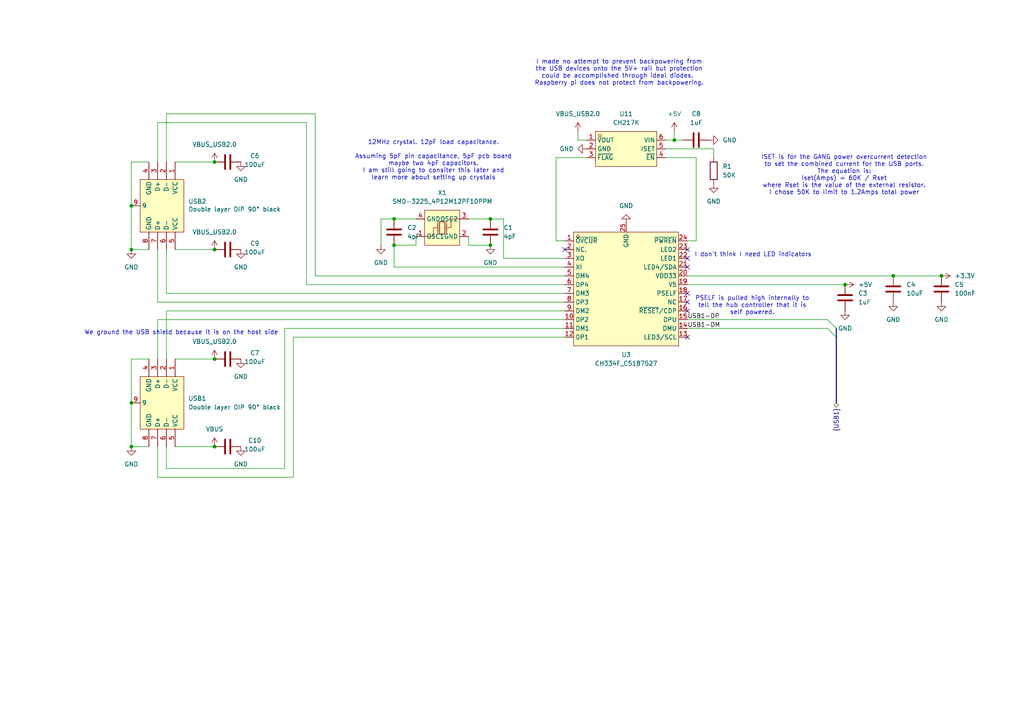
<source format=kicad_sch>
(kicad_sch (version 20250114) (generator "eeschema") (generator_version "9.0")
  (paper "A4")
  (title_block (date "2025-02-20") (rev "V0.1") (company "Matthew Spotten"))
  (lib_symbols
    (symbol "Device:C" (pin_numbers (hide yes)) (pin_names (offset 0.254))
      (property "Reference" "C" (at 0.635 2.54 0))
      (property "Value" "C" (at 0.635 -2.54 0))
      (symbol "C_0_1"
        (polyline (pts (xy -2.032 0.762) (xy 2.032 0.762)) (stroke (width 0.508)))
        (polyline (pts (xy -2.032 -0.762) (xy 2.032 -0.762)) (stroke (width 0.508)))
      )
      (symbol "C_1_1"
        (pin passive line (at 0 3.81 270) (length 2.794) (name "~") (number "1"))
        (pin passive line (at 0 -3.81 90) (length 2.794) (name "~") (number "2"))
      )
    )
    (symbol "Device:R" (pin_numbers (hide yes)) (pin_names (offset 0))
      (property "Reference" "R" (at 2.032 0 90))
      (property "Value" "R" (at 0 0 90))
      (symbol "R_0_1"
        (rectangle (start -1.016 -2.54) (end 1.016 2.54) (stroke (width 0.254)))
      )
      (symbol "R_1_1"
        (pin passive line (at 0 3.81 270) (length 1.27) (name "~") (number "1"))
        (pin passive line (at 0 -3.81 90) (length 1.27) (name "~") (number "2"))
      )
    )
    (symbol "easyeda2kicad:CH217K"
      (property "Reference" "U" (at 0 7.62 0))
      (property "Value" "CH217K" (at 0 -7.62 0))
      (symbol "CH217K_0_1"
        (rectangle (start -8.89 5.08) (end 8.89 -5.08) (fill (type background)))
        (circle (center -7.62 3.81) (radius 0.38))
        (pin unspecified line (at -11.43 2.54 0) (length 2.54) (name "VOUT") (number "1"))
        (pin unspecified line (at -11.43 0 0) (length 2.54) (name "GND") (number "2"))
        (pin unspecified line (at -11.43 -2.54 0) (length 2.54) (name "~{FLAG}") (number "3"))
        (pin unspecified line (at 11.43 2.54 180) (length 2.54) (name "VIN") (number "6"))
        (pin unspecified line (at 11.43 0 180) (length 2.54) (name "ISET") (number "5"))
        (pin unspecified line (at 11.43 -2.54 180) (length 2.54) (name "~{EN}") (number "4"))
      )
    )
    (symbol "easyeda2kicad:CH334F_C5187527"
      (property "Reference" "U" (at 0 22.86 0))
      (property "Value" "CH334F_C5187527" (at 0 -20.32 0))
      (symbol "CH334F_C5187527_0_1"
        (rectangle (start -15.24 15.24) (end 15.24 -17.78) (fill (type background)))
        (circle (center -13.97 13.97) (radius 0.38))
        (pin unspecified line (at -17.78 12.7 0) (length 2.54) (name "~{OVCUR}") (number "1"))
        (pin unspecified line (at -17.78 10.16 0) (length 2.54) (name "NC.") (number "2"))
        (pin unspecified line (at -17.78 7.62 0) (length 2.54) (name "XO") (number "3"))
        (pin unspecified line (at -17.78 5.08 0) (length 2.54) (name "XI") (number "4"))
        (pin unspecified line (at -17.78 2.54 0) (length 2.54) (name "DM4") (number "5"))
        (pin unspecified line (at -17.78 0 0) (length 2.54) (name "DP4") (number "6"))
        (pin unspecified line (at -17.78 -2.54 0) (length 2.54) (name "DM3") (number "7"))
        (pin unspecified line (at -17.78 -5.08 0) (length 2.54) (name "DP3") (number "8"))
        (pin unspecified line (at -17.78 -7.62 0) (length 2.54) (name "DM2") (number "9"))
        (pin unspecified line (at -17.78 -10.16 0) (length 2.54) (name "DP2") (number "10"))
        (pin unspecified line (at -17.78 -12.7 0) (length 2.54) (name "DM1") (number "11"))
        (pin unspecified line (at -17.78 -15.24 0) (length 2.54) (name "DP1") (number "12"))
        (pin unspecified line (at 0 17.78 270) (length 2.54) (name "GND") (number "25"))
        (pin unspecified line (at 17.78 12.7 180) (length 2.54) (name "~{PWREN}") (number "24"))
        (pin unspecified line (at 17.78 10.16 180) (length 2.54) (name "LED2") (number "23"))
        (pin unspecified line (at 17.78 7.62 180) (length 2.54) (name "LED1") (number "22"))
        (pin unspecified line (at 17.78 5.08 180) (length 2.54) (name "LED4/SDA") (number "21"))
        (pin unspecified line (at 17.78 2.54 180) (length 2.54) (name "VDD33") (number "20"))
        (pin unspecified line (at 17.78 0 180) (length 2.54) (name "V5") (number "19"))
        (pin unspecified line (at 17.78 -2.54 180) (length 2.54) (name "PSELF") (number "18"))
        (pin unspecified line (at 17.78 -5.08 180) (length 2.54) (name "NC") (number "17"))
        (pin unspecified line (at 17.78 -7.62 180) (length 2.54) (name "~{RESET}/CDP") (number "16"))
        (pin unspecified line (at 17.78 -10.16 180) (length 2.54) (name "DPU") (number "15"))
        (pin unspecified line (at 17.78 -12.7 180) (length 2.54) (name "DMU") (number "14"))
        (pin unspecified line (at 17.78 -15.24 180) (length 2.54) (name "LED3/SCL") (number "13"))
      )
    )
    (symbol "easyeda2kicad:DoublelayerDIP90°black"
      (property "Reference" "USB" (at 0 10.16 0))
      (property "Value" "Double layer DIP 90° black" (at 0 -12.7 0))
      (symbol "DoublelayerDIP90°black_0_1"
        (rectangle (start -7.62 7.62) (end 7.62 -5.08) (fill (type background)))
        (pin unspecified line (at -12.7 5.08 0) (length 5.08) (name "VCC") (number "1"))
        (pin unspecified line (at -12.7 2.54 0) (length 5.08) (name "D-") (number "2"))
        (pin unspecified line (at -12.7 0 0) (length 5.08) (name "D+") (number "3"))
        (pin unspecified line (at -12.7 -2.54 0) (length 5.08) (name "GND") (number "4"))
        (pin unspecified line (at 0 -7.62 90) (length 2.54) (name "9") (number "9"))
        (pin unspecified line (at 12.7 5.08 180) (length 5.08) (name "VCC") (number "5"))
        (pin unspecified line (at 12.7 2.54 180) (length 5.08) (name "D-") (number "6"))
        (pin unspecified line (at 12.7 0 180) (length 5.08) (name "D+") (number "7"))
        (pin unspecified line (at 12.7 -2.54 180) (length 5.08) (name "GND") (number "8"))
      )
    )
    (symbol "easyeda2kicad:SMD-3225_4P12M12PF10PPM"
      (property "Reference" "X" (at 0 7.62 0))
      (property "Value" "SMD-3225_4P12M12PF10PPM" (at 0 -7.62 0))
      (symbol "SMD-3225_4P12M12PF10PPM_0_1"
        (rectangle (start -5.08 5.08) (end 5.08 -5.08) (fill (type background)))
        (polyline (pts (xy -5.08 -2.54) (xy -2.54 -2.54) (xy -2.54 0) (xy -1.52 0)))
        (polyline (pts (xy -1.27 -1.02) (xy -1.27 1.02)))
        (polyline (pts (xy -1.27 -1.78) (xy -1.27 1.78)))
        (polyline (pts (xy -0.76 -1.78) (xy -0.76 1.78) (xy 0.76 1.78) (xy 0.76 -1.78)))
        (polyline (pts (xy 0.76 1.78) (xy 0.76 -1.78) (xy -0.76 -1.78) (xy -0.76 1.78) (xy 0.76 1.78)) (fill (type background)))
        (polyline (pts (xy 0.76 -1.78) (xy -0.76 -1.78)))
        (polyline (pts (xy 1.27 -1.02) (xy 1.27 1.02)))
        (polyline (pts (xy 1.27 -1.78) (xy 1.27 1.78)))
        (polyline (pts (xy 5.08 2.54) (xy 2.54 2.54) (xy 2.54 0) (xy 1.52 0)))
        (pin unspecified line (at -7.62 2.54 0) (length 2.54) (name "GND") (number "4"))
        (pin unspecified line (at -7.62 -2.54 0) (length 2.54) (name "OSC1") (number "1"))
        (pin unspecified line (at 7.62 2.54 180) (length 2.54) (name "OSC2") (number "3"))
        (pin unspecified line (at 7.62 -2.54 180) (length 2.54) (name "GND") (number "2"))
      )
    )
    (symbol "power:+3.3V" (power) (pin_numbers (hide yes)) (pin_names (offset 0) (hide yes))
      (property "Value" "+3.3V" (at 0 3.556 0))
      (symbol "+3.3V_0_1"
        (polyline (pts (xy -0.762 1.27) (xy 0 2.54)))
        (polyline (pts (xy 0 2.54) (xy 0.762 1.27)))
        (polyline (pts (xy 0 0) (xy 0 2.54)))
      )
      (symbol "+3.3V_1_1"
        (pin power_in line (at 0 0 90) (length 0) (name "~") (number "1"))
      )
    )
    (symbol "power:+5V" (power) (pin_numbers (hide yes)) (pin_names (offset 0) (hide yes))
      (property "Value" "+5V" (at 0 3.556 0))
      (symbol "+5V_0_1"
        (polyline (pts (xy -0.762 1.27) (xy 0 2.54)))
        (polyline (pts (xy 0 2.54) (xy 0.762 1.27)))
        (polyline (pts (xy 0 0) (xy 0 2.54)))
      )
      (symbol "+5V_1_1"
        (pin power_in line (at 0 0 90) (length 0) (name "~") (number "1"))
      )
    )
    (symbol "power:GND" (power) (pin_numbers (hide yes)) (pin_names (offset 0) (hide yes))
      (property "Value" "GND" (at 0 -3.81 0))
      (symbol "GND_0_1"
        (polyline (pts (xy 0 0) (xy 0 -1.27) (xy 1.27 -1.27) (xy 0 -2.54) (xy -1.27 -1.27) (xy 0 -1.27)))
      )
      (symbol "GND_1_1"
        (pin power_in line (at 0 0 270) (length 0) (name "~") (number "1"))
      )
    )
    (symbol "power:VBUS" (power) (pin_numbers (hide yes)) (pin_names (offset 0) (hide yes))
      (property "Value" "VBUS" (at 0 3.556 0))
      (symbol "VBUS_0_1"
        (polyline (pts (xy -0.762 1.27) (xy 0 2.54)))
        (polyline (pts (xy 0 2.54) (xy 0.762 1.27)))
        (polyline (pts (xy 0 0) (xy 0 2.54)))
      )
      (symbol "VBUS_1_1"
        (pin power_in line (at 0 0 90) (length 0) (name "~") (number "1"))
      )
    )
  )
  (bus_alias "HS" (members "DP" "DM" "UART0_TX" "UART0_RX"))
  (text "PSELF is pulled high internally to\ntell the hub controller that it is\nself powered.\n" (at 218.186 88.646 0) (effects (font (size 1.27 1.27))))
  (text "We ground the USB shield because it is on the host side\n" (at 52.578 96.52 0) (effects (font (size 1.27 1.27))))
  (text "I don't think I need LED indicators\n" (at 218.44 73.914 0) (effects (font (size 1.27 1.27))))
  (text "12MHz crystal. 12pF load capacitance.\n\nAssuming 5pF pin capacitance, 5pF pcb board\nmaybe two 4pF capacitors.\nI am still going to consiter this later and\nlearn more about setting up crystals\n" (at 125.73 46.482 0) (effects (font (size 1.27 1.27))))
  (text "I made no attempt to prevent backpowering from\nthe USB devices onto the 5V+ rail but protection\ncould be accomplished through ideal diodes. \nRaspberry pi does not protect from backpowering." (at 179.578 21.082 0) (effects (font (size 1.27 1.27))))
  (text "ISET is for the GANG power overcurrent detection\nto set the combined current for the USB ports.\nThe equation is:\nIset(Amps) = 60K / Rset\nwhere Rset is the value of the external resistor.\nI chose 50K to limit to 1.2Amps total power\n" (at 244.856 50.8 0) (effects (font (size 1.27 1.27))))
  (junction (at 38.1 129.54))
  (junction (at 114.3 63.5))
  (junction (at 195.58 40.64))
  (junction (at 114.3 71.12))
  (junction (at 142.24 71.12))
  (junction (at 142.24 63.5))
  (junction (at 38.1 116.84))
  (junction (at 62.23 129.54))
  (junction (at 62.23 46.99))
  (junction (at 259.08 80.01))
  (junction (at 62.23 72.39))
  (junction (at 273.05 80.01))
  (junction (at 38.1 72.39))
  (junction (at 245.11 82.55))
  (junction (at 62.23 104.14))
  (junction (at 38.1 59.69))
  (no_connect (at 199.39 77.47))
  (no_connect (at 199.39 97.79))
  (no_connect (at 199.39 74.93))
  (no_connect (at 199.39 90.17))
  (no_connect (at 199.39 87.63))
  (no_connect (at 163.83 72.39))
  (no_connect (at 199.39 85.09))
  (no_connect (at 199.39 72.39))
  (bus_entry (at 242.57 95.25) (size -2.54 -2.54))
  (bus_entry (at 242.57 97.79) (size -2.54 -2.54))
  (wire (pts (xy 38.1 104.14) (xy 38.1 116.84)))
  (wire (pts (xy 88.9 35.56) (xy 45.72 35.56)))
  (wire (pts (xy 135.89 71.12) (xy 135.89 68.58)))
  (wire (pts (xy 114.3 77.47) (xy 114.3 71.12)))
  (wire (pts (xy 38.1 129.54) (xy 43.18 129.54)))
  (wire (pts (xy 195.58 38.1) (xy 195.58 40.64)))
  (wire (pts (xy 120.65 63.5) (xy 114.3 63.5)))
  (wire (pts (xy 38.1 59.69) (xy 38.1 72.39)))
  (wire (pts (xy 114.3 71.12) (xy 120.65 71.12)))
  (wire (pts (xy 48.26 90.17) (xy 48.26 104.14)))
  (wire (pts (xy 193.04 40.64) (xy 195.58 40.64)))
  (wire (pts (xy 45.72 35.56) (xy 45.72 46.99)))
  (wire (pts (xy 199.39 80.01) (xy 259.08 80.01)))
  (wire (pts (xy 163.83 85.09) (xy 48.26 85.09)))
  (wire (pts (xy 167.64 38.1) (xy 167.64 40.64)))
  (wire (pts (xy 45.72 92.71) (xy 45.72 104.14)))
  (wire (pts (xy 85.09 138.43) (xy 45.72 138.43)))
  (wire (pts (xy 38.1 72.39) (xy 43.18 72.39)))
  (wire (pts (xy 114.3 63.5) (xy 110.49 63.5)))
  (wire (pts (xy 38.1 46.99) (xy 38.1 59.69)))
  (wire (pts (xy 82.55 95.25) (xy 82.55 135.89)))
  (wire (pts (xy 207.01 43.18) (xy 207.01 45.72)))
  (wire (pts (xy 163.83 74.93) (xy 146.05 74.93)))
  (wire (pts (xy 62.23 72.39) (xy 50.8 72.39)))
  (wire (pts (xy 82.55 135.89) (xy 48.26 135.89)))
  (wire (pts (xy 85.09 97.79) (xy 85.09 138.43)))
  (wire (pts (xy 50.8 104.14) (xy 62.23 104.14)))
  (wire (pts (xy 91.44 33.02) (xy 48.26 33.02)))
  (wire (pts (xy 38.1 116.84) (xy 38.1 129.54)))
  (wire (pts (xy 110.49 63.5) (xy 110.49 71.12)))
  (wire (pts (xy 120.65 71.12) (xy 120.65 68.58)))
  (wire (pts (xy 259.08 80.01) (xy 273.05 80.01)))
  (wire (pts (xy 163.83 95.25) (xy 82.55 95.25)))
  (wire (pts (xy 193.04 43.18) (xy 207.01 43.18)))
  (wire (pts (xy 163.83 90.17) (xy 48.26 90.17)))
  (wire (pts (xy 167.64 40.64) (xy 170.18 40.64)))
  (wire (pts (xy 163.83 97.79) (xy 85.09 97.79)))
  (wire (pts (xy 88.9 82.55) (xy 88.9 35.56)))
  (wire (pts (xy 50.8 46.99) (xy 62.23 46.99)))
  (wire (pts (xy 199.39 92.71) (xy 240.03 92.71)))
  (wire (pts (xy 199.39 69.85) (xy 201.93 69.85)))
  (wire (pts (xy 170.18 45.72) (xy 161.29 45.72)))
  (wire (pts (xy 161.29 69.85) (xy 163.83 69.85)))
  (bus (pts (xy 242.57 97.79) (xy 242.57 116.84)))
  (wire (pts (xy 45.72 87.63) (xy 45.72 72.39)))
  (wire (pts (xy 199.39 95.25) (xy 240.03 95.25)))
  (wire (pts (xy 163.83 92.71) (xy 45.72 92.71)))
  (wire (pts (xy 163.83 87.63) (xy 45.72 87.63)))
  (wire (pts (xy 48.26 33.02) (xy 48.26 46.99)))
  (wire (pts (xy 48.26 135.89) (xy 48.26 129.54)))
  (wire (pts (xy 45.72 138.43) (xy 45.72 129.54)))
  (wire (pts (xy 43.18 46.99) (xy 38.1 46.99)))
  (wire (pts (xy 146.05 63.5) (xy 142.24 63.5)))
  (wire (pts (xy 201.93 69.85) (xy 201.93 45.72)))
  (wire (pts (xy 91.44 80.01) (xy 91.44 33.02)))
  (wire (pts (xy 163.83 80.01) (xy 91.44 80.01)))
  (wire (pts (xy 161.29 45.72) (xy 161.29 69.85)))
  (bus (pts (xy 242.57 95.25) (xy 242.57 97.79)))
  (wire (pts (xy 48.26 85.09) (xy 48.26 72.39)))
  (wire (pts (xy 146.05 74.93) (xy 146.05 63.5)))
  (wire (pts (xy 195.58 40.64) (xy 198.12 40.64)))
  (wire (pts (xy 163.83 82.55) (xy 88.9 82.55)))
  (wire (pts (xy 62.23 129.54) (xy 50.8 129.54)))
  (wire (pts (xy 199.39 82.55) (xy 245.11 82.55)))
  (wire (pts (xy 43.18 104.14) (xy 38.1 104.14)))
  (wire (pts (xy 163.83 77.47) (xy 114.3 77.47)))
  (wire (pts (xy 142.24 63.5) (xy 135.89 63.5)))
  (wire (pts (xy 201.93 45.72) (xy 193.04 45.72)))
  (wire (pts (xy 135.89 71.12) (xy 142.24 71.12)))
  (label "USB1-DP" (at 199.39 92.71 0))
  (label "USB1-DM" (at 199.39 95.25 0))
  (hierarchical_label "{USB1}" (shape bidirectional) (at 242.57 116.84 270))
  (symbol (lib_id "power:GND") (at 259.08 87.63 0) (unit 1)
    (property "Reference" "#PWR015" (effects (hide yes)))
    (property "Value" "GND" (at 259.08 92.71 0))
    (property "Description" "Power symbol creates a global label with name \"GND\" , ground" (effects (hide yes)))
  )
  (symbol (lib_id "Device:C") (at 66.04 129.54 90) (unit 1)
    (property "Reference" "C10" (at 73.914 127.762 90))
    (property "Value" "100uF" (at 73.914 130.302 90))
    (property "Description" "Unpolarized capacitor" (effects (hide yes)))
  )
  (symbol (lib_id "Device:C") (at 66.04 72.39 90) (unit 1)
    (property "Reference" "C9" (at 73.914 70.612 90))
    (property "Value" "100uF" (at 73.914 73.152 90))
    (property "Description" "Unpolarized capacitor" (effects (hide yes)))
  )
  (symbol (lib_id "power:GND") (at 245.11 90.17 0) (unit 1)
    (property "Reference" "#PWR014" (effects (hide yes)))
    (property "Value" "GND" (at 245.11 95.25 0))
    (property "Description" "Power symbol creates a global label with name \"GND\" , ground" (effects (hide yes)))
  )
  (symbol (lib_id "Device:C") (at 245.11 86.36 0) (unit 1)
    (property "Reference" "C3" (at 248.92 85.0899 0) (effects (justify left)))
    (property "Value" "1uF" (at 248.92 87.6299 0) (effects (justify left)))
    (property "Description" "Unpolarized capacitor" (effects (hide yes)))
  )
  (symbol (lib_id "power:+5V") (at 245.11 82.55 270) (unit 1)
    (property "Reference" "#PWR012" (effects (hide yes)))
    (property "Value" "+5V" (at 248.92 82.5499 90) (effects (justify left)))
    (property "Description" "Power symbol creates a global label with name \"+5V\"" (effects (hide yes)))
  )
  (symbol (lib_id "easyeda2kicad:CH217K") (at 181.61 43.18 0) (unit 1)
    (property "Reference" "U11" (at 181.61 33.02 0))
    (property "Value" "CH217K" (at 181.61 35.56 0))
    (property "Footprint" "easyeda2kicad:SOT-23-6_L2.9-W1.6-P0.95-LS2.8-BL" (effects (hide yes)))
    (property "Datasheet" "part datasheets/CH217DS1.PDF" (effects (hide yes)))
    (property "LCSC Part" "C7462749" (effects (hide yes)))
  )
  (symbol (lib_id "Device:C") (at 201.93 40.64 90) (unit 1)
    (property "Reference" "C8" (at 201.93 33.02 90))
    (property "Value" "1uF" (at 201.93 35.56 90))
    (property "Description" "Unpolarized capacitor" (effects (hide yes)))
  )
  (symbol (lib_id "power:+5V") (at 195.58 38.1 0) (unit 1)
    (property "Reference" "#PWR011" (effects (hide yes)))
    (property "Value" "+5V" (at 195.58 33.02 0))
    (property "Description" "Power symbol creates a global label with name \"+5V\"" (effects (hide yes)))
  )
  (symbol (lib_id "power:VBUS") (at 62.23 46.99 0) (unit 1)
    (property "Reference" "#PWR03" (effects (hide yes)))
    (property "Value" "VBUS_USB2.0" (at 62.23 41.91 0))
    (property "Description" "Power symbol creates a global label with name \"VBUS\"" (effects (hide yes)))
  )
  (symbol (lib_id "power:GND") (at 181.61 64.77 180) (unit 1)
    (property "Reference" "#PWR07" (effects (hide yes)))
    (property "Value" "GND" (at 181.61 59.69 0))
    (property "Description" "Power symbol creates a global label with name \"GND\" , ground" (effects (hide yes)))
  )
  (symbol (lib_id "Device:C") (at 259.08 83.82 0) (unit 1)
    (property "Reference" "C4" (at 262.89 82.5499 0) (effects (justify left)))
    (property "Value" "10uF" (at 262.89 85.0899 0) (effects (justify left)))
    (property "Description" "Unpolarized capacitor" (effects (hide yes)))
  )
  (symbol (lib_id "Device:R") (at 207.01 49.53 0) (unit 1)
    (property "Reference" "R1" (at 209.55 48.2599 0) (effects (justify left)))
    (property "Value" "50K" (at 209.55 50.7999 0) (effects (justify left)))
    (property "Description" "Resistor" (effects (hide yes)))
  )
  (symbol (lib_id "Device:C") (at 66.04 104.14 90) (unit 1)
    (property "Reference" "C7" (at 73.914 102.362 90))
    (property "Value" "100uF" (at 73.914 104.902 90))
    (property "Description" "Unpolarized capacitor" (effects (hide yes)))
  )
  (symbol (lib_id "power:GND") (at 69.85 104.14 0) (unit 1)
    (property "Reference" "#PWR019" (effects (hide yes)))
    (property "Value" "GND" (at 69.85 109.22 0))
    (property "Description" "Power symbol creates a global label with name \"GND\" , ground" (effects (hide yes)))
  )
  (symbol (lib_id "power:GND") (at 205.74 40.64 90) (unit 1)
    (property "Reference" "#PWR023" (effects (hide yes)))
    (property "Value" "GND" (at 209.55 40.6399 90) (effects (justify right)))
    (property "Description" "Power symbol creates a global label with name \"GND\" , ground" (effects (hide yes)))
  )
  (symbol (lib_id "easyeda2kicad:DoublelayerDIP90°black") (at 45.72 116.84 270) (unit 1)
    (property "Reference" "USB1" (at 54.61 115.5699 90) (effects (justify left)))
    (property "Value" "Double layer DIP 90° black" (at 54.61 118.1099 90) (effects (justify left)))
    (property "Footprint" "easyeda2kicad:USB-A-TH_USB-M-51" (effects (hide yes)))
    (property "Datasheet" "https://lcsc.com/product-detail/USB-Connectors_USB-A-F-Double-layer-DIP-900-Iron-shell-black-Not-high-temperature_C12049.html" (effects (hide yes)))
    (property "LCSC Part" "C12049" (effects (hide yes)))
  )
  (symbol (lib_id "power:GND") (at 38.1 129.54 0) (unit 1)
    (property "Reference" "#PWR02" (effects (hide yes)))
    (property "Value" "GND" (at 38.1 134.62 0))
    (property "Description" "Power symbol creates a global label with name \"GND\" , ground" (effects (hide yes)))
  )
  (symbol (lib_id "easyeda2kicad:CH334F_C5187527") (at 181.61 82.55 0) (unit 1)
    (property "Reference" "U3" (at 181.61 102.87 0))
    (property "Value" "CH334F_C5187527" (at 181.61 105.41 0))
    (property "Footprint" "easyeda2kicad:QFN-24_L4.0-W4.0-P0.50-BL-EP2.8" (effects (hide yes)))
    (property "Datasheet" "part datasheets/USB Hub Controller - CH334DS1.pdf" (effects (hide yes)))
    (property "LCSC Part" "C5187527" (effects (hide yes)))
  )
  (symbol (lib_id "easyeda2kicad:SMD-3225_4P12M12PF10PPM") (at 128.27 66.04 0) (unit 1)
    (property "Reference" "X1" (at 128.27 55.88 0))
    (property "Value" "SMD-3225_4P12M12PF10PPM" (at 128.27 58.42 0))
    (property "Footprint" "easyeda2kicad:CRYSTAL-SMD_4P-L3.2-W2.5-BL" (effects (hide yes)))
    (property "Datasheet" "https://lcsc.com/product-detail/SMD-Crystals_SMD-3225-4P-12M-12pf-10ppm_C133337.html" (effects (hide yes)))
    (property "LCSC Part" "C133337" (effects (hide yes)))
  )
  (symbol (lib_id "power:VBUS") (at 167.64 38.1 0) (unit 1)
    (property "Reference" "#PWR09" (effects (hide yes)))
    (property "Value" "VBUS_USB2.0" (at 167.64 33.02 0))
    (property "Description" "Power symbol creates a global label with name \"VBUS\"" (effects (hide yes)))
  )
  (symbol (lib_id "power:GND") (at 38.1 72.39 0) (unit 1)
    (property "Reference" "#PWR01" (effects (hide yes)))
    (property "Value" "GND" (at 38.1 77.47 0))
    (property "Description" "Power symbol creates a global label with name \"GND\" , ground" (effects (hide yes)))
  )
  (symbol (lib_id "power:GND") (at 273.05 87.63 0) (unit 1)
    (property "Reference" "#PWR016" (effects (hide yes)))
    (property "Value" "GND" (at 273.05 92.71 0))
    (property "Description" "Power symbol creates a global label with name \"GND\" , ground" (effects (hide yes)))
  )
  (symbol (lib_id "power:GND") (at 207.01 53.34 0) (unit 1)
    (property "Reference" "#PWR010" (effects (hide yes)))
    (property "Value" "GND" (at 207.01 58.42 0))
    (property "Description" "Power symbol creates a global label with name \"GND\" , ground" (effects (hide yes)))
  )
  (symbol (lib_id "Device:C") (at 273.05 83.82 0) (unit 1)
    (property "Reference" "C5" (at 276.86 82.5499 0) (effects (justify left)))
    (property "Value" "100nF" (at 276.86 85.0899 0) (effects (justify left)))
    (property "Description" "Unpolarized capacitor" (effects (hide yes)))
  )
  (symbol (lib_id "power:GND") (at 170.18 43.18 270) (unit 1)
    (property "Reference" "#PWR08" (effects (hide yes)))
    (property "Value" "GND" (at 166.37 43.1799 90) (effects (justify right)))
    (property "Description" "Power symbol creates a global label with name \"GND\" , ground" (effects (hide yes)))
  )
  (symbol (lib_id "power:GND") (at 69.85 72.39 0) (unit 1)
    (property "Reference" "#PWR017" (effects (hide yes)))
    (property "Value" "GND" (at 69.85 77.47 0))
    (property "Description" "Power symbol creates a global label with name \"GND\" , ground" (effects (hide yes)))
  )
  (symbol (lib_id "power:GND") (at 142.24 71.12 0) (unit 1)
    (property "Reference" "#PWR06" (effects (hide yes)))
    (property "Value" "GND" (at 142.24 76.2 0))
    (property "Description" "Power symbol creates a global label with name \"GND\" , ground" (effects (hide yes)))
  )
  (symbol (lib_id "power:VBUS") (at 62.23 72.39 0) (unit 1)
    (property "Reference" "#PWR021" (effects (hide yes)))
    (property "Value" "VBUS_USB2.0" (at 62.23 67.31 0))
    (property "Description" "Power symbol creates a global label with name \"VBUS\"" (effects (hide yes)))
  )
  (symbol (lib_id "Device:C") (at 66.04 46.99 90) (unit 1)
    (property "Reference" "C6" (at 73.914 45.212 90))
    (property "Value" "100uF" (at 73.914 47.752 90))
    (property "Description" "Unpolarized capacitor" (effects (hide yes)))
  )
  (symbol (lib_id "power:+3.3V") (at 273.05 80.01 270) (unit 1)
    (property "Reference" "#PWR013" (effects (hide yes)))
    (property "Value" "+3.3V" (at 276.86 80.0099 90) (effects (justify left)))
    (property "Description" "Power symbol creates a global label with name \"+3.3V\"" (effects (hide yes)))
  )
  (symbol (lib_id "Device:C") (at 142.24 67.31 0) (unit 1)
    (property "Reference" "C1" (at 146.05 66.0399 0) (effects (justify left)))
    (property "Value" "4pF" (at 146.05 68.5799 0) (effects (justify left)))
    (property "Footprint" "Capacitor_SMD:C_0201_0603Metric" (effects (hide yes)))
    (property "Description" "Unpolarized capacitor" (effects (hide yes)))
  )
  (symbol (lib_id "power:GND") (at 110.49 71.12 0) (unit 1)
    (property "Reference" "#PWR05" (effects (hide yes)))
    (property "Value" "GND" (at 110.49 76.2 0))
    (property "Description" "Power symbol creates a global label with name \"GND\" , ground" (effects (hide yes)))
  )
  (symbol (lib_id "power:GND") (at 69.85 46.99 0) (unit 1)
    (property "Reference" "#PWR018" (effects (hide yes)))
    (property "Value" "GND" (at 69.85 52.07 0))
    (property "Description" "Power symbol creates a global label with name \"GND\" , ground" (effects (hide yes)))
  )
  (symbol (lib_id "Device:C") (at 114.3 67.31 0) (unit 1)
    (property "Reference" "C2" (at 118.11 66.0399 0) (effects (justify left)))
    (property "Value" "4pF" (at 118.11 68.5799 0) (effects (justify left)))
    (property "Footprint" "Capacitor_SMD:C_0201_0603Metric" (effects (hide yes)))
    (property "Description" "Unpolarized capacitor" (effects (hide yes)))
  )
  (symbol (lib_id "power:VBUS") (at 62.23 129.54 0) (unit 1)
    (property "Reference" "#PWR022" (effects (hide yes)))
    (property "Value" "VBUS" (at 62.23 124.46 0))
    (property "Description" "Power symbol creates a global label with name \"VBUS\"" (effects (hide yes)))
  )
  (symbol (lib_id "easyeda2kicad:DoublelayerDIP90°black") (at 45.72 59.69 270) (unit 1)
    (property "Reference" "USB2" (at 54.61 58.4199 90) (effects (justify left)))
    (property "Value" "Double layer DIP 90° black" (at 54.61 60.706 90) (effects (justify left)))
    (property "Footprint" "easyeda2kicad:USB-A-TH_USB-M-51" (effects (hide yes)))
    (property "Datasheet" "https://lcsc.com/product-detail/USB-Connectors_USB-A-F-Double-layer-DIP-900-Iron-shell-black-Not-high-temperature_C12049.html" (effects (hide yes)))
    (property "LCSC Part" "C12049" (effects (hide yes)))
  )
  (symbol (lib_id "power:GND") (at 69.85 129.54 0) (unit 1)
    (property "Reference" "#PWR020" (effects (hide yes)))
    (property "Value" "GND" (at 69.85 134.62 0))
    (property "Description" "Power symbol creates a global label with name \"GND\" , ground" (effects (hide yes)))
  )
  (symbol (lib_id "power:VBUS") (at 62.23 104.14 0) (unit 1)
    (property "Reference" "#PWR04" (effects (hide yes)))
    (property "Value" "VBUS_USB2.0" (at 62.23 99.06 0))
    (property "Description" "Power symbol creates a global label with name \"VBUS\"" (effects (hide yes)))
  )
)
</source>
